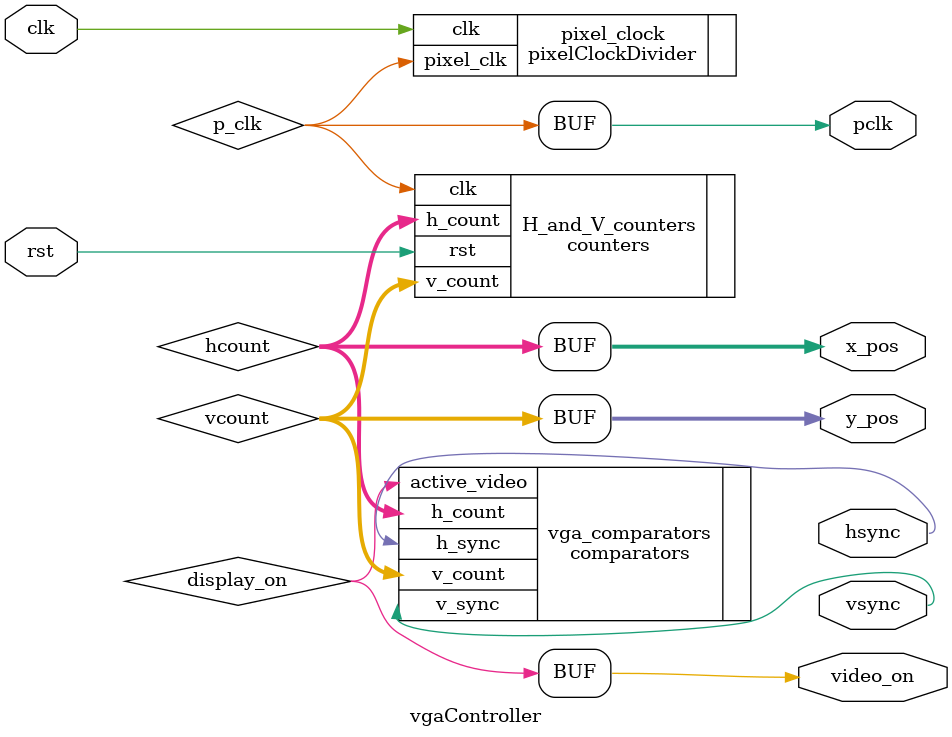
<source format=v>
`timescale 1ns / 1ps

/*
    VGA Controller Module: 
    Module that controls input and 
    provides output to VGA port
    on the Basys 3 board for display
    on a VGA monitor.
*/
module vgaController(
    input clk,              // Clock driving display.
    input rst,              // Reset switch.
    output hsync,           // Hsync signal.
    output vsync,           // Vertical signal.
    output [9:0] x_pos,     // Horizontal position of the cursor.
    output [9:0] y_pos,     // Vertical position of the cursor.
    output pclk,            // Pixel clock.
    output video_on         // Signals if cursor is in active region of VGA Display.
    );

    // Pixel clock divider.
    wire p_clk;
    pixelClockDivider pixel_clock (
        .clk(clk), 
        .pixel_clk(p_clk)
        );

    // Counters.
    wire [9:0] hcount, vcount;
    counters H_and_V_counters(
        .clk(p_clk), 
        .rst(rst), 
        .h_count(hcount), 
        .v_count(vcount)
        );

    // Comparators.
    wire display_on;
    comparators vga_comparators(
        .h_count(hcount), 
        .v_count(vcount), 
        .h_sync(hsync), 
        .v_sync(vsync), 
        .active_video(display_on)
        );

    // Assign outputs.
    assign x_pos = hcount;
    assign y_pos = vcount;
    assign pclk = p_clk;
    assign video_on = display_on;
    
endmodule

</source>
